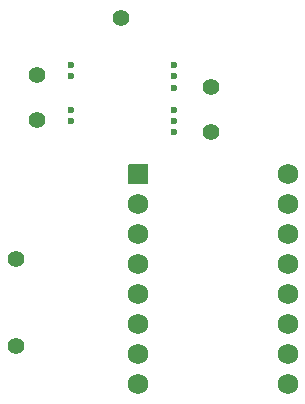
<source format=gbs>
G04 #@! TF.GenerationSoftware,KiCad,Pcbnew,7.0.9-7.0.9~ubuntu22.04.1*
G04 #@! TF.CreationDate,2023-12-29T17:52:02+00:00*
G04 #@! TF.ProjectId,driver_test,64726976-6572-45f7-9465-73742e6b6963,rev?*
G04 #@! TF.SameCoordinates,Original*
G04 #@! TF.FileFunction,Soldermask,Bot*
G04 #@! TF.FilePolarity,Negative*
%FSLAX46Y46*%
G04 Gerber Fmt 4.6, Leading zero omitted, Abs format (unit mm)*
G04 Created by KiCad (PCBNEW 7.0.9-7.0.9~ubuntu22.04.1) date 2023-12-29 17:52:02*
%MOMM*%
%LPD*%
G01*
G04 APERTURE LIST*
%ADD10C,1.400000*%
%ADD11C,0.600000*%
%ADD12C,1.734000*%
G04 APERTURE END LIST*
D10*
G04 #@! TO.C,IN_KNOCK2*
X6930000Y27480000D03*
G04 #@! TD*
D11*
G04 #@! TO.C,M1*
X18588000Y28284003D03*
X18588000Y27334003D03*
X18588000Y26384005D03*
X9888000Y27384003D03*
X9888000Y28284003D03*
G04 #@! TD*
D10*
G04 #@! TO.C,IN_KNOCK1*
X6930000Y23670000D03*
G04 #@! TD*
G04 #@! TO.C,OUT_KNOCK1*
X21720000Y22640000D03*
G04 #@! TD*
D11*
G04 #@! TO.C,M2*
X18588000Y24496000D03*
X18588000Y23546000D03*
X18588000Y22596002D03*
X9888000Y23596000D03*
X9888000Y24496000D03*
G04 #@! TD*
D10*
G04 #@! TO.C,OUT_KNOCK2*
X21720000Y26460000D03*
G04 #@! TD*
G04 #@! TO.C,PPS2_CPU1*
X5155000Y4520000D03*
G04 #@! TD*
G04 #@! TO.C,5V_IN1*
X14063000Y32311002D03*
G04 #@! TD*
G04 #@! TO.C,TPS2_CPU1*
X5185000Y11860000D03*
G04 #@! TD*
G04 #@! TO.C,U1*
G36*
G01*
X14668000Y18295000D02*
X14668000Y19825000D01*
G75*
G02*
X14770000Y19927000I102000J0D01*
G01*
X16300000Y19927000D01*
G75*
G02*
X16402000Y19825000I0J-102000D01*
G01*
X16402000Y18295000D01*
G75*
G02*
X16300000Y18193000I-102000J0D01*
G01*
X14770000Y18193000D01*
G75*
G02*
X14668000Y18295000I0J102000D01*
G01*
G37*
D12*
X15535000Y16520000D03*
X15535000Y13980000D03*
X15535000Y11440000D03*
X15535000Y8900000D03*
X15535000Y6360000D03*
X15535000Y3820000D03*
X15535000Y1280000D03*
X28235000Y1280000D03*
X28235000Y3820000D03*
X28235000Y6360000D03*
X28235000Y8900000D03*
X28235000Y11440000D03*
X28235000Y13980000D03*
X28235000Y16520000D03*
X28235000Y19060000D03*
G04 #@! TD*
M02*

</source>
